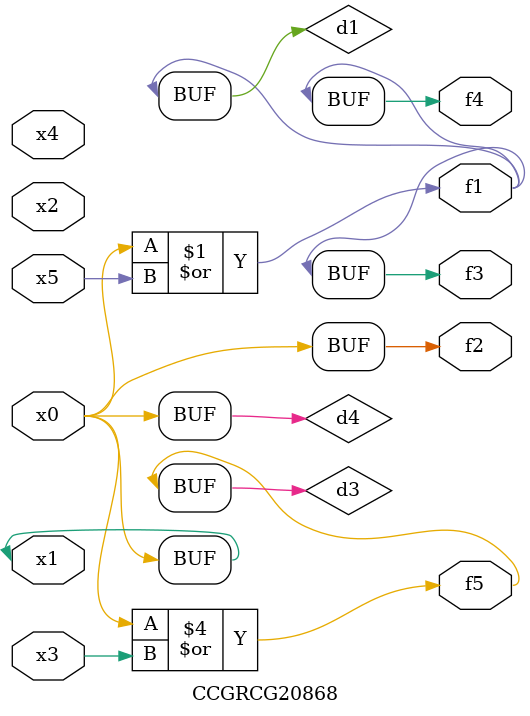
<source format=v>
module CCGRCG20868(
	input x0, x1, x2, x3, x4, x5,
	output f1, f2, f3, f4, f5
);

	wire d1, d2, d3, d4;

	or (d1, x0, x5);
	xnor (d2, x1, x4);
	or (d3, x0, x3);
	buf (d4, x0, x1);
	assign f1 = d1;
	assign f2 = d4;
	assign f3 = d1;
	assign f4 = d1;
	assign f5 = d3;
endmodule

</source>
